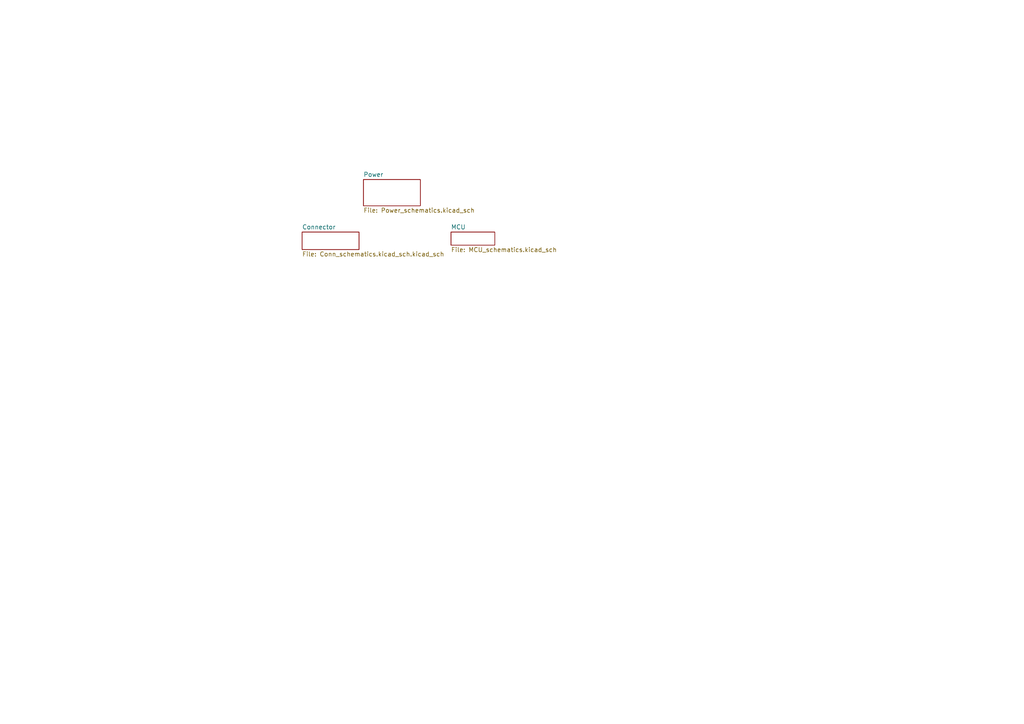
<source format=kicad_sch>
(kicad_sch (version 20230121) (generator eeschema)
  (paper "A4")
  (lib_symbols)
  (sheet (at 105.41 52.07) (size 16.51 7.62) (stroke (width 0.1524))
    (property "Sheetname" "Power" (at 105.41 51.3584 0) (effects (justify left bottom)))
    (property "Sheetfile" "Power_schematics.kicad_sch" (at 105.41 60.2746 0) (effects (justify left top)))
  )
  (sheet (at 87.63 67.31) (size 16.51 5.08) (stroke (width 0.1524))
    (property "Sheetname" "Connector" (at 87.63 66.5984 0) (effects (justify left bottom)))
    (property "Sheetfile" "Conn_schematics.kicad_sch.kicad_sch" (at 87.63 72.9746 0) (effects (justify left top)))
  )
  (sheet (at 130.81 67.31) (size 12.7 3.81) (stroke (width 0.1524))
    (property "Sheetname" "MCU" (at 130.81 66.5984 0) (effects (justify left bottom)))
    (property "Sheetfile" "MCU_schematics.kicad_sch" (at 130.81 71.7046 0) (effects (justify left top)))
  )
)
</source>
